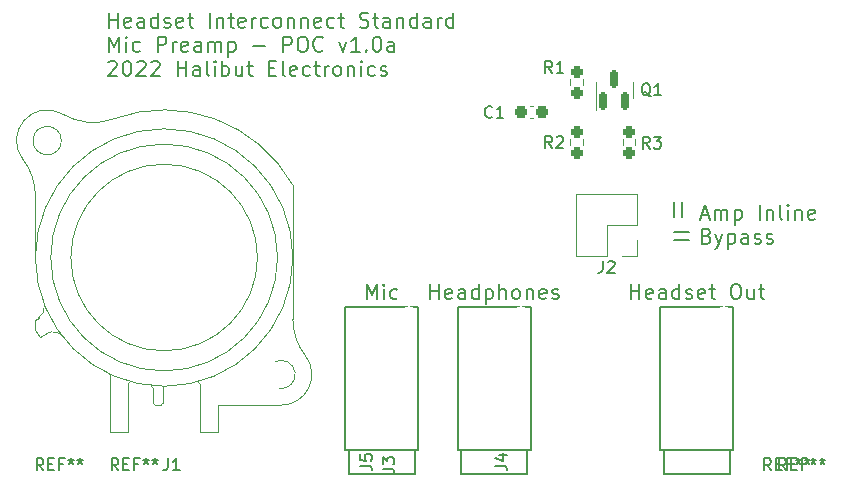
<source format=gbr>
%TF.GenerationSoftware,KiCad,Pcbnew,6.0.7-f9a2dced07~116~ubuntu20.04.1*%
%TF.CreationDate,2022-08-02T17:22:42-07:00*%
%TF.ProjectId,MicPreampTest,4d696350-7265-4616-9d70-546573742e6b,rev?*%
%TF.SameCoordinates,Original*%
%TF.FileFunction,Legend,Top*%
%TF.FilePolarity,Positive*%
%FSLAX46Y46*%
G04 Gerber Fmt 4.6, Leading zero omitted, Abs format (unit mm)*
G04 Created by KiCad (PCBNEW 6.0.7-f9a2dced07~116~ubuntu20.04.1) date 2022-08-02 17:22:42*
%MOMM*%
%LPD*%
G01*
G04 APERTURE LIST*
G04 Aperture macros list*
%AMRoundRect*
0 Rectangle with rounded corners*
0 $1 Rounding radius*
0 $2 $3 $4 $5 $6 $7 $8 $9 X,Y pos of 4 corners*
0 Add a 4 corners polygon primitive as box body*
4,1,4,$2,$3,$4,$5,$6,$7,$8,$9,$2,$3,0*
0 Add four circle primitives for the rounded corners*
1,1,$1+$1,$2,$3*
1,1,$1+$1,$4,$5*
1,1,$1+$1,$6,$7*
1,1,$1+$1,$8,$9*
0 Add four rect primitives between the rounded corners*
20,1,$1+$1,$2,$3,$4,$5,0*
20,1,$1+$1,$4,$5,$6,$7,0*
20,1,$1+$1,$6,$7,$8,$9,0*
20,1,$1+$1,$8,$9,$2,$3,0*%
G04 Aperture macros list end*
%ADD10C,0.190500*%
%ADD11C,0.150000*%
%ADD12C,0.120000*%
%ADD13C,3.200000*%
%ADD14R,1.700000X1.700000*%
%ADD15O,1.700000X1.700000*%
%ADD16RoundRect,0.237500X-0.237500X0.250000X-0.237500X-0.250000X0.237500X-0.250000X0.237500X0.250000X0*%
%ADD17RoundRect,0.150000X0.150000X-0.587500X0.150000X0.587500X-0.150000X0.587500X-0.150000X-0.587500X0*%
%ADD18O,1.100000X1.700000*%
%ADD19C,1.500000*%
%ADD20C,3.400000*%
%ADD21C,2.900000*%
%ADD22RoundRect,0.237500X-0.300000X-0.237500X0.300000X-0.237500X0.300000X0.237500X-0.300000X0.237500X0*%
G04 APERTURE END LIST*
D10*
X91231205Y-59489823D02*
X91231205Y-58219823D01*
X91231205Y-58824585D02*
X91956920Y-58824585D01*
X91956920Y-59489823D02*
X91956920Y-58219823D01*
X93045491Y-59429347D02*
X92924539Y-59489823D01*
X92682634Y-59489823D01*
X92561682Y-59429347D01*
X92501205Y-59308395D01*
X92501205Y-58824585D01*
X92561682Y-58703633D01*
X92682634Y-58643157D01*
X92924539Y-58643157D01*
X93045491Y-58703633D01*
X93105967Y-58824585D01*
X93105967Y-58945538D01*
X92501205Y-59066490D01*
X94194539Y-59489823D02*
X94194539Y-58824585D01*
X94134063Y-58703633D01*
X94013110Y-58643157D01*
X93771205Y-58643157D01*
X93650253Y-58703633D01*
X94194539Y-59429347D02*
X94073586Y-59489823D01*
X93771205Y-59489823D01*
X93650253Y-59429347D01*
X93589777Y-59308395D01*
X93589777Y-59187442D01*
X93650253Y-59066490D01*
X93771205Y-59006014D01*
X94073586Y-59006014D01*
X94194539Y-58945538D01*
X95343586Y-59489823D02*
X95343586Y-58219823D01*
X95343586Y-59429347D02*
X95222634Y-59489823D01*
X94980729Y-59489823D01*
X94859777Y-59429347D01*
X94799301Y-59368871D01*
X94738825Y-59247919D01*
X94738825Y-58885061D01*
X94799301Y-58764109D01*
X94859777Y-58703633D01*
X94980729Y-58643157D01*
X95222634Y-58643157D01*
X95343586Y-58703633D01*
X95887872Y-59429347D02*
X96008825Y-59489823D01*
X96250729Y-59489823D01*
X96371682Y-59429347D01*
X96432158Y-59308395D01*
X96432158Y-59247919D01*
X96371682Y-59126966D01*
X96250729Y-59066490D01*
X96069301Y-59066490D01*
X95948348Y-59006014D01*
X95887872Y-58885061D01*
X95887872Y-58824585D01*
X95948348Y-58703633D01*
X96069301Y-58643157D01*
X96250729Y-58643157D01*
X96371682Y-58703633D01*
X97460253Y-59429347D02*
X97339301Y-59489823D01*
X97097396Y-59489823D01*
X96976444Y-59429347D01*
X96915967Y-59308395D01*
X96915967Y-58824585D01*
X96976444Y-58703633D01*
X97097396Y-58643157D01*
X97339301Y-58643157D01*
X97460253Y-58703633D01*
X97520729Y-58824585D01*
X97520729Y-58945538D01*
X96915967Y-59066490D01*
X97883586Y-58643157D02*
X98367396Y-58643157D01*
X98065015Y-58219823D02*
X98065015Y-59308395D01*
X98125491Y-59429347D01*
X98246444Y-59489823D01*
X98367396Y-59489823D01*
X99758348Y-59489823D02*
X99758348Y-58219823D01*
X100363110Y-58643157D02*
X100363110Y-59489823D01*
X100363110Y-58764109D02*
X100423586Y-58703633D01*
X100544539Y-58643157D01*
X100725967Y-58643157D01*
X100846920Y-58703633D01*
X100907396Y-58824585D01*
X100907396Y-59489823D01*
X101330729Y-58643157D02*
X101814539Y-58643157D01*
X101512158Y-58219823D02*
X101512158Y-59308395D01*
X101572634Y-59429347D01*
X101693586Y-59489823D01*
X101814539Y-59489823D01*
X102721682Y-59429347D02*
X102600729Y-59489823D01*
X102358825Y-59489823D01*
X102237872Y-59429347D01*
X102177396Y-59308395D01*
X102177396Y-58824585D01*
X102237872Y-58703633D01*
X102358825Y-58643157D01*
X102600729Y-58643157D01*
X102721682Y-58703633D01*
X102782158Y-58824585D01*
X102782158Y-58945538D01*
X102177396Y-59066490D01*
X103326444Y-59489823D02*
X103326444Y-58643157D01*
X103326444Y-58885061D02*
X103386920Y-58764109D01*
X103447396Y-58703633D01*
X103568348Y-58643157D01*
X103689301Y-58643157D01*
X104656920Y-59429347D02*
X104535967Y-59489823D01*
X104294063Y-59489823D01*
X104173110Y-59429347D01*
X104112634Y-59368871D01*
X104052158Y-59247919D01*
X104052158Y-58885061D01*
X104112634Y-58764109D01*
X104173110Y-58703633D01*
X104294063Y-58643157D01*
X104535967Y-58643157D01*
X104656920Y-58703633D01*
X105382634Y-59489823D02*
X105261682Y-59429347D01*
X105201205Y-59368871D01*
X105140729Y-59247919D01*
X105140729Y-58885061D01*
X105201205Y-58764109D01*
X105261682Y-58703633D01*
X105382634Y-58643157D01*
X105564063Y-58643157D01*
X105685015Y-58703633D01*
X105745491Y-58764109D01*
X105805967Y-58885061D01*
X105805967Y-59247919D01*
X105745491Y-59368871D01*
X105685015Y-59429347D01*
X105564063Y-59489823D01*
X105382634Y-59489823D01*
X106350253Y-58643157D02*
X106350253Y-59489823D01*
X106350253Y-58764109D02*
X106410729Y-58703633D01*
X106531682Y-58643157D01*
X106713110Y-58643157D01*
X106834063Y-58703633D01*
X106894539Y-58824585D01*
X106894539Y-59489823D01*
X107499301Y-58643157D02*
X107499301Y-59489823D01*
X107499301Y-58764109D02*
X107559777Y-58703633D01*
X107680729Y-58643157D01*
X107862158Y-58643157D01*
X107983110Y-58703633D01*
X108043586Y-58824585D01*
X108043586Y-59489823D01*
X109132158Y-59429347D02*
X109011205Y-59489823D01*
X108769301Y-59489823D01*
X108648348Y-59429347D01*
X108587872Y-59308395D01*
X108587872Y-58824585D01*
X108648348Y-58703633D01*
X108769301Y-58643157D01*
X109011205Y-58643157D01*
X109132158Y-58703633D01*
X109192634Y-58824585D01*
X109192634Y-58945538D01*
X108587872Y-59066490D01*
X110281205Y-59429347D02*
X110160253Y-59489823D01*
X109918348Y-59489823D01*
X109797396Y-59429347D01*
X109736920Y-59368871D01*
X109676444Y-59247919D01*
X109676444Y-58885061D01*
X109736920Y-58764109D01*
X109797396Y-58703633D01*
X109918348Y-58643157D01*
X110160253Y-58643157D01*
X110281205Y-58703633D01*
X110644063Y-58643157D02*
X111127872Y-58643157D01*
X110825491Y-58219823D02*
X110825491Y-59308395D01*
X110885967Y-59429347D01*
X111006920Y-59489823D01*
X111127872Y-59489823D01*
X112458348Y-59429347D02*
X112639777Y-59489823D01*
X112942158Y-59489823D01*
X113063110Y-59429347D01*
X113123586Y-59368871D01*
X113184063Y-59247919D01*
X113184063Y-59126966D01*
X113123586Y-59006014D01*
X113063110Y-58945538D01*
X112942158Y-58885061D01*
X112700253Y-58824585D01*
X112579301Y-58764109D01*
X112518825Y-58703633D01*
X112458348Y-58582680D01*
X112458348Y-58461728D01*
X112518825Y-58340776D01*
X112579301Y-58280300D01*
X112700253Y-58219823D01*
X113002634Y-58219823D01*
X113184063Y-58280300D01*
X113546920Y-58643157D02*
X114030729Y-58643157D01*
X113728348Y-58219823D02*
X113728348Y-59308395D01*
X113788825Y-59429347D01*
X113909777Y-59489823D01*
X114030729Y-59489823D01*
X114998348Y-59489823D02*
X114998348Y-58824585D01*
X114937872Y-58703633D01*
X114816920Y-58643157D01*
X114575015Y-58643157D01*
X114454063Y-58703633D01*
X114998348Y-59429347D02*
X114877396Y-59489823D01*
X114575015Y-59489823D01*
X114454063Y-59429347D01*
X114393586Y-59308395D01*
X114393586Y-59187442D01*
X114454063Y-59066490D01*
X114575015Y-59006014D01*
X114877396Y-59006014D01*
X114998348Y-58945538D01*
X115603110Y-58643157D02*
X115603110Y-59489823D01*
X115603110Y-58764109D02*
X115663586Y-58703633D01*
X115784539Y-58643157D01*
X115965967Y-58643157D01*
X116086920Y-58703633D01*
X116147396Y-58824585D01*
X116147396Y-59489823D01*
X117296444Y-59489823D02*
X117296444Y-58219823D01*
X117296444Y-59429347D02*
X117175491Y-59489823D01*
X116933586Y-59489823D01*
X116812634Y-59429347D01*
X116752158Y-59368871D01*
X116691682Y-59247919D01*
X116691682Y-58885061D01*
X116752158Y-58764109D01*
X116812634Y-58703633D01*
X116933586Y-58643157D01*
X117175491Y-58643157D01*
X117296444Y-58703633D01*
X118445491Y-59489823D02*
X118445491Y-58824585D01*
X118385015Y-58703633D01*
X118264063Y-58643157D01*
X118022158Y-58643157D01*
X117901205Y-58703633D01*
X118445491Y-59429347D02*
X118324539Y-59489823D01*
X118022158Y-59489823D01*
X117901205Y-59429347D01*
X117840729Y-59308395D01*
X117840729Y-59187442D01*
X117901205Y-59066490D01*
X118022158Y-59006014D01*
X118324539Y-59006014D01*
X118445491Y-58945538D01*
X119050253Y-59489823D02*
X119050253Y-58643157D01*
X119050253Y-58885061D02*
X119110729Y-58764109D01*
X119171205Y-58703633D01*
X119292158Y-58643157D01*
X119413110Y-58643157D01*
X120380729Y-59489823D02*
X120380729Y-58219823D01*
X120380729Y-59429347D02*
X120259777Y-59489823D01*
X120017872Y-59489823D01*
X119896920Y-59429347D01*
X119836444Y-59368871D01*
X119775967Y-59247919D01*
X119775967Y-58885061D01*
X119836444Y-58764109D01*
X119896920Y-58703633D01*
X120017872Y-58643157D01*
X120259777Y-58643157D01*
X120380729Y-58703633D01*
X91231205Y-61534523D02*
X91231205Y-60264523D01*
X91654539Y-61171666D01*
X92077872Y-60264523D01*
X92077872Y-61534523D01*
X92682634Y-61534523D02*
X92682634Y-60687857D01*
X92682634Y-60264523D02*
X92622158Y-60325000D01*
X92682634Y-60385476D01*
X92743110Y-60325000D01*
X92682634Y-60264523D01*
X92682634Y-60385476D01*
X93831682Y-61474047D02*
X93710729Y-61534523D01*
X93468825Y-61534523D01*
X93347872Y-61474047D01*
X93287396Y-61413571D01*
X93226920Y-61292619D01*
X93226920Y-60929761D01*
X93287396Y-60808809D01*
X93347872Y-60748333D01*
X93468825Y-60687857D01*
X93710729Y-60687857D01*
X93831682Y-60748333D01*
X95343586Y-61534523D02*
X95343586Y-60264523D01*
X95827396Y-60264523D01*
X95948348Y-60325000D01*
X96008825Y-60385476D01*
X96069301Y-60506428D01*
X96069301Y-60687857D01*
X96008825Y-60808809D01*
X95948348Y-60869285D01*
X95827396Y-60929761D01*
X95343586Y-60929761D01*
X96613586Y-61534523D02*
X96613586Y-60687857D01*
X96613586Y-60929761D02*
X96674063Y-60808809D01*
X96734539Y-60748333D01*
X96855491Y-60687857D01*
X96976444Y-60687857D01*
X97883586Y-61474047D02*
X97762634Y-61534523D01*
X97520729Y-61534523D01*
X97399777Y-61474047D01*
X97339301Y-61353095D01*
X97339301Y-60869285D01*
X97399777Y-60748333D01*
X97520729Y-60687857D01*
X97762634Y-60687857D01*
X97883586Y-60748333D01*
X97944063Y-60869285D01*
X97944063Y-60990238D01*
X97339301Y-61111190D01*
X99032634Y-61534523D02*
X99032634Y-60869285D01*
X98972158Y-60748333D01*
X98851205Y-60687857D01*
X98609301Y-60687857D01*
X98488348Y-60748333D01*
X99032634Y-61474047D02*
X98911682Y-61534523D01*
X98609301Y-61534523D01*
X98488348Y-61474047D01*
X98427872Y-61353095D01*
X98427872Y-61232142D01*
X98488348Y-61111190D01*
X98609301Y-61050714D01*
X98911682Y-61050714D01*
X99032634Y-60990238D01*
X99637396Y-61534523D02*
X99637396Y-60687857D01*
X99637396Y-60808809D02*
X99697872Y-60748333D01*
X99818825Y-60687857D01*
X100000253Y-60687857D01*
X100121205Y-60748333D01*
X100181682Y-60869285D01*
X100181682Y-61534523D01*
X100181682Y-60869285D02*
X100242158Y-60748333D01*
X100363110Y-60687857D01*
X100544539Y-60687857D01*
X100665491Y-60748333D01*
X100725967Y-60869285D01*
X100725967Y-61534523D01*
X101330729Y-60687857D02*
X101330729Y-61957857D01*
X101330729Y-60748333D02*
X101451682Y-60687857D01*
X101693586Y-60687857D01*
X101814539Y-60748333D01*
X101875015Y-60808809D01*
X101935491Y-60929761D01*
X101935491Y-61292619D01*
X101875015Y-61413571D01*
X101814539Y-61474047D01*
X101693586Y-61534523D01*
X101451682Y-61534523D01*
X101330729Y-61474047D01*
X103447396Y-61050714D02*
X104415015Y-61050714D01*
X105987396Y-61534523D02*
X105987396Y-60264523D01*
X106471205Y-60264523D01*
X106592158Y-60325000D01*
X106652634Y-60385476D01*
X106713110Y-60506428D01*
X106713110Y-60687857D01*
X106652634Y-60808809D01*
X106592158Y-60869285D01*
X106471205Y-60929761D01*
X105987396Y-60929761D01*
X107499301Y-60264523D02*
X107741205Y-60264523D01*
X107862158Y-60325000D01*
X107983110Y-60445952D01*
X108043586Y-60687857D01*
X108043586Y-61111190D01*
X107983110Y-61353095D01*
X107862158Y-61474047D01*
X107741205Y-61534523D01*
X107499301Y-61534523D01*
X107378348Y-61474047D01*
X107257396Y-61353095D01*
X107196920Y-61111190D01*
X107196920Y-60687857D01*
X107257396Y-60445952D01*
X107378348Y-60325000D01*
X107499301Y-60264523D01*
X109313586Y-61413571D02*
X109253110Y-61474047D01*
X109071682Y-61534523D01*
X108950729Y-61534523D01*
X108769301Y-61474047D01*
X108648348Y-61353095D01*
X108587872Y-61232142D01*
X108527396Y-60990238D01*
X108527396Y-60808809D01*
X108587872Y-60566904D01*
X108648348Y-60445952D01*
X108769301Y-60325000D01*
X108950729Y-60264523D01*
X109071682Y-60264523D01*
X109253110Y-60325000D01*
X109313586Y-60385476D01*
X110704539Y-60687857D02*
X111006920Y-61534523D01*
X111309301Y-60687857D01*
X112458348Y-61534523D02*
X111732634Y-61534523D01*
X112095491Y-61534523D02*
X112095491Y-60264523D01*
X111974539Y-60445952D01*
X111853586Y-60566904D01*
X111732634Y-60627380D01*
X113002634Y-61413571D02*
X113063110Y-61474047D01*
X113002634Y-61534523D01*
X112942158Y-61474047D01*
X113002634Y-61413571D01*
X113002634Y-61534523D01*
X113849301Y-60264523D02*
X113970253Y-60264523D01*
X114091205Y-60325000D01*
X114151682Y-60385476D01*
X114212158Y-60506428D01*
X114272634Y-60748333D01*
X114272634Y-61050714D01*
X114212158Y-61292619D01*
X114151682Y-61413571D01*
X114091205Y-61474047D01*
X113970253Y-61534523D01*
X113849301Y-61534523D01*
X113728348Y-61474047D01*
X113667872Y-61413571D01*
X113607396Y-61292619D01*
X113546920Y-61050714D01*
X113546920Y-60748333D01*
X113607396Y-60506428D01*
X113667872Y-60385476D01*
X113728348Y-60325000D01*
X113849301Y-60264523D01*
X115361205Y-61534523D02*
X115361205Y-60869285D01*
X115300729Y-60748333D01*
X115179777Y-60687857D01*
X114937872Y-60687857D01*
X114816920Y-60748333D01*
X115361205Y-61474047D02*
X115240253Y-61534523D01*
X114937872Y-61534523D01*
X114816920Y-61474047D01*
X114756444Y-61353095D01*
X114756444Y-61232142D01*
X114816920Y-61111190D01*
X114937872Y-61050714D01*
X115240253Y-61050714D01*
X115361205Y-60990238D01*
X91170729Y-62430176D02*
X91231205Y-62369700D01*
X91352158Y-62309223D01*
X91654539Y-62309223D01*
X91775491Y-62369700D01*
X91835967Y-62430176D01*
X91896444Y-62551128D01*
X91896444Y-62672080D01*
X91835967Y-62853509D01*
X91110253Y-63579223D01*
X91896444Y-63579223D01*
X92682634Y-62309223D02*
X92803586Y-62309223D01*
X92924539Y-62369700D01*
X92985015Y-62430176D01*
X93045491Y-62551128D01*
X93105967Y-62793033D01*
X93105967Y-63095414D01*
X93045491Y-63337319D01*
X92985015Y-63458271D01*
X92924539Y-63518747D01*
X92803586Y-63579223D01*
X92682634Y-63579223D01*
X92561682Y-63518747D01*
X92501205Y-63458271D01*
X92440729Y-63337319D01*
X92380253Y-63095414D01*
X92380253Y-62793033D01*
X92440729Y-62551128D01*
X92501205Y-62430176D01*
X92561682Y-62369700D01*
X92682634Y-62309223D01*
X93589777Y-62430176D02*
X93650253Y-62369700D01*
X93771205Y-62309223D01*
X94073586Y-62309223D01*
X94194539Y-62369700D01*
X94255015Y-62430176D01*
X94315491Y-62551128D01*
X94315491Y-62672080D01*
X94255015Y-62853509D01*
X93529301Y-63579223D01*
X94315491Y-63579223D01*
X94799301Y-62430176D02*
X94859777Y-62369700D01*
X94980729Y-62309223D01*
X95283110Y-62309223D01*
X95404063Y-62369700D01*
X95464539Y-62430176D01*
X95525015Y-62551128D01*
X95525015Y-62672080D01*
X95464539Y-62853509D01*
X94738825Y-63579223D01*
X95525015Y-63579223D01*
X97036920Y-63579223D02*
X97036920Y-62309223D01*
X97036920Y-62913985D02*
X97762634Y-62913985D01*
X97762634Y-63579223D02*
X97762634Y-62309223D01*
X98911682Y-63579223D02*
X98911682Y-62913985D01*
X98851205Y-62793033D01*
X98730253Y-62732557D01*
X98488348Y-62732557D01*
X98367396Y-62793033D01*
X98911682Y-63518747D02*
X98790729Y-63579223D01*
X98488348Y-63579223D01*
X98367396Y-63518747D01*
X98306920Y-63397795D01*
X98306920Y-63276842D01*
X98367396Y-63155890D01*
X98488348Y-63095414D01*
X98790729Y-63095414D01*
X98911682Y-63034938D01*
X99697872Y-63579223D02*
X99576920Y-63518747D01*
X99516444Y-63397795D01*
X99516444Y-62309223D01*
X100181682Y-63579223D02*
X100181682Y-62732557D01*
X100181682Y-62309223D02*
X100121205Y-62369700D01*
X100181682Y-62430176D01*
X100242158Y-62369700D01*
X100181682Y-62309223D01*
X100181682Y-62430176D01*
X100786444Y-63579223D02*
X100786444Y-62309223D01*
X100786444Y-62793033D02*
X100907396Y-62732557D01*
X101149301Y-62732557D01*
X101270253Y-62793033D01*
X101330729Y-62853509D01*
X101391205Y-62974461D01*
X101391205Y-63337319D01*
X101330729Y-63458271D01*
X101270253Y-63518747D01*
X101149301Y-63579223D01*
X100907396Y-63579223D01*
X100786444Y-63518747D01*
X102479777Y-62732557D02*
X102479777Y-63579223D01*
X101935491Y-62732557D02*
X101935491Y-63397795D01*
X101995967Y-63518747D01*
X102116920Y-63579223D01*
X102298348Y-63579223D01*
X102419301Y-63518747D01*
X102479777Y-63458271D01*
X102903110Y-62732557D02*
X103386920Y-62732557D01*
X103084539Y-62309223D02*
X103084539Y-63397795D01*
X103145015Y-63518747D01*
X103265967Y-63579223D01*
X103386920Y-63579223D01*
X104777872Y-62913985D02*
X105201205Y-62913985D01*
X105382634Y-63579223D02*
X104777872Y-63579223D01*
X104777872Y-62309223D01*
X105382634Y-62309223D01*
X106108348Y-63579223D02*
X105987396Y-63518747D01*
X105926920Y-63397795D01*
X105926920Y-62309223D01*
X107075967Y-63518747D02*
X106955015Y-63579223D01*
X106713110Y-63579223D01*
X106592158Y-63518747D01*
X106531682Y-63397795D01*
X106531682Y-62913985D01*
X106592158Y-62793033D01*
X106713110Y-62732557D01*
X106955015Y-62732557D01*
X107075967Y-62793033D01*
X107136444Y-62913985D01*
X107136444Y-63034938D01*
X106531682Y-63155890D01*
X108225015Y-63518747D02*
X108104063Y-63579223D01*
X107862158Y-63579223D01*
X107741205Y-63518747D01*
X107680729Y-63458271D01*
X107620253Y-63337319D01*
X107620253Y-62974461D01*
X107680729Y-62853509D01*
X107741205Y-62793033D01*
X107862158Y-62732557D01*
X108104063Y-62732557D01*
X108225015Y-62793033D01*
X108587872Y-62732557D02*
X109071682Y-62732557D01*
X108769301Y-62309223D02*
X108769301Y-63397795D01*
X108829777Y-63518747D01*
X108950729Y-63579223D01*
X109071682Y-63579223D01*
X109495015Y-63579223D02*
X109495015Y-62732557D01*
X109495015Y-62974461D02*
X109555491Y-62853509D01*
X109615967Y-62793033D01*
X109736920Y-62732557D01*
X109857872Y-62732557D01*
X110462634Y-63579223D02*
X110341682Y-63518747D01*
X110281205Y-63458271D01*
X110220729Y-63337319D01*
X110220729Y-62974461D01*
X110281205Y-62853509D01*
X110341682Y-62793033D01*
X110462634Y-62732557D01*
X110644063Y-62732557D01*
X110765015Y-62793033D01*
X110825491Y-62853509D01*
X110885967Y-62974461D01*
X110885967Y-63337319D01*
X110825491Y-63458271D01*
X110765015Y-63518747D01*
X110644063Y-63579223D01*
X110462634Y-63579223D01*
X111430253Y-62732557D02*
X111430253Y-63579223D01*
X111430253Y-62853509D02*
X111490729Y-62793033D01*
X111611682Y-62732557D01*
X111793110Y-62732557D01*
X111914063Y-62793033D01*
X111974539Y-62913985D01*
X111974539Y-63579223D01*
X112579301Y-63579223D02*
X112579301Y-62732557D01*
X112579301Y-62309223D02*
X112518825Y-62369700D01*
X112579301Y-62430176D01*
X112639777Y-62369700D01*
X112579301Y-62309223D01*
X112579301Y-62430176D01*
X113728348Y-63518747D02*
X113607396Y-63579223D01*
X113365491Y-63579223D01*
X113244539Y-63518747D01*
X113184063Y-63458271D01*
X113123586Y-63337319D01*
X113123586Y-62974461D01*
X113184063Y-62853509D01*
X113244539Y-62793033D01*
X113365491Y-62732557D01*
X113607396Y-62732557D01*
X113728348Y-62793033D01*
X114212158Y-63518747D02*
X114333110Y-63579223D01*
X114575015Y-63579223D01*
X114695967Y-63518747D01*
X114756444Y-63397795D01*
X114756444Y-63337319D01*
X114695967Y-63216366D01*
X114575015Y-63155890D01*
X114393586Y-63155890D01*
X114272634Y-63095414D01*
X114212158Y-62974461D01*
X114212158Y-62913985D01*
X114272634Y-62793033D01*
X114393586Y-62732557D01*
X114575015Y-62732557D01*
X114695967Y-62793033D01*
D11*
X139065000Y-77470000D02*
X140335000Y-77470000D01*
X139065000Y-76835000D02*
X140335000Y-76835000D01*
X139700000Y-75565000D02*
X139700000Y-74295000D01*
X139065000Y-74295000D02*
X139065000Y-75565000D01*
D10*
X141335729Y-75389316D02*
X141940491Y-75389316D01*
X141214777Y-75752173D02*
X141638110Y-74482173D01*
X142061444Y-75752173D01*
X142484777Y-75752173D02*
X142484777Y-74905507D01*
X142484777Y-75026459D02*
X142545253Y-74965983D01*
X142666205Y-74905507D01*
X142847634Y-74905507D01*
X142968586Y-74965983D01*
X143029063Y-75086935D01*
X143029063Y-75752173D01*
X143029063Y-75086935D02*
X143089539Y-74965983D01*
X143210491Y-74905507D01*
X143391920Y-74905507D01*
X143512872Y-74965983D01*
X143573348Y-75086935D01*
X143573348Y-75752173D01*
X144178110Y-74905507D02*
X144178110Y-76175507D01*
X144178110Y-74965983D02*
X144299063Y-74905507D01*
X144540967Y-74905507D01*
X144661920Y-74965983D01*
X144722396Y-75026459D01*
X144782872Y-75147411D01*
X144782872Y-75510269D01*
X144722396Y-75631221D01*
X144661920Y-75691697D01*
X144540967Y-75752173D01*
X144299063Y-75752173D01*
X144178110Y-75691697D01*
X146294777Y-75752173D02*
X146294777Y-74482173D01*
X146899539Y-74905507D02*
X146899539Y-75752173D01*
X146899539Y-75026459D02*
X146960015Y-74965983D01*
X147080967Y-74905507D01*
X147262396Y-74905507D01*
X147383348Y-74965983D01*
X147443825Y-75086935D01*
X147443825Y-75752173D01*
X148230015Y-75752173D02*
X148109063Y-75691697D01*
X148048586Y-75570745D01*
X148048586Y-74482173D01*
X148713825Y-75752173D02*
X148713825Y-74905507D01*
X148713825Y-74482173D02*
X148653348Y-74542650D01*
X148713825Y-74603126D01*
X148774301Y-74542650D01*
X148713825Y-74482173D01*
X148713825Y-74603126D01*
X149318586Y-74905507D02*
X149318586Y-75752173D01*
X149318586Y-75026459D02*
X149379063Y-74965983D01*
X149500015Y-74905507D01*
X149681444Y-74905507D01*
X149802396Y-74965983D01*
X149862872Y-75086935D01*
X149862872Y-75752173D01*
X150951444Y-75691697D02*
X150830491Y-75752173D01*
X150588586Y-75752173D01*
X150467634Y-75691697D01*
X150407158Y-75570745D01*
X150407158Y-75086935D01*
X150467634Y-74965983D01*
X150588586Y-74905507D01*
X150830491Y-74905507D01*
X150951444Y-74965983D01*
X151011920Y-75086935D01*
X151011920Y-75207888D01*
X150407158Y-75328840D01*
X141819539Y-77131635D02*
X142000967Y-77192111D01*
X142061444Y-77252588D01*
X142121920Y-77373540D01*
X142121920Y-77554969D01*
X142061444Y-77675921D01*
X142000967Y-77736397D01*
X141880015Y-77796873D01*
X141396205Y-77796873D01*
X141396205Y-76526873D01*
X141819539Y-76526873D01*
X141940491Y-76587350D01*
X142000967Y-76647826D01*
X142061444Y-76768778D01*
X142061444Y-76889730D01*
X142000967Y-77010683D01*
X141940491Y-77071159D01*
X141819539Y-77131635D01*
X141396205Y-77131635D01*
X142545253Y-76950207D02*
X142847634Y-77796873D01*
X143150015Y-76950207D02*
X142847634Y-77796873D01*
X142726682Y-78099254D01*
X142666205Y-78159730D01*
X142545253Y-78220207D01*
X143633825Y-76950207D02*
X143633825Y-78220207D01*
X143633825Y-77010683D02*
X143754777Y-76950207D01*
X143996682Y-76950207D01*
X144117634Y-77010683D01*
X144178110Y-77071159D01*
X144238586Y-77192111D01*
X144238586Y-77554969D01*
X144178110Y-77675921D01*
X144117634Y-77736397D01*
X143996682Y-77796873D01*
X143754777Y-77796873D01*
X143633825Y-77736397D01*
X145327158Y-77796873D02*
X145327158Y-77131635D01*
X145266682Y-77010683D01*
X145145729Y-76950207D01*
X144903825Y-76950207D01*
X144782872Y-77010683D01*
X145327158Y-77736397D02*
X145206205Y-77796873D01*
X144903825Y-77796873D01*
X144782872Y-77736397D01*
X144722396Y-77615445D01*
X144722396Y-77494492D01*
X144782872Y-77373540D01*
X144903825Y-77313064D01*
X145206205Y-77313064D01*
X145327158Y-77252588D01*
X145871444Y-77736397D02*
X145992396Y-77796873D01*
X146234301Y-77796873D01*
X146355253Y-77736397D01*
X146415729Y-77615445D01*
X146415729Y-77554969D01*
X146355253Y-77434016D01*
X146234301Y-77373540D01*
X146052872Y-77373540D01*
X145931920Y-77313064D01*
X145871444Y-77192111D01*
X145871444Y-77131635D01*
X145931920Y-77010683D01*
X146052872Y-76950207D01*
X146234301Y-76950207D01*
X146355253Y-77010683D01*
X146899539Y-77736397D02*
X147020491Y-77796873D01*
X147262396Y-77796873D01*
X147383348Y-77736397D01*
X147443825Y-77615445D01*
X147443825Y-77554969D01*
X147383348Y-77434016D01*
X147262396Y-77373540D01*
X147080967Y-77373540D01*
X146960015Y-77313064D01*
X146899539Y-77192111D01*
X146899539Y-77131635D01*
X146960015Y-77010683D01*
X147080967Y-76950207D01*
X147262396Y-76950207D01*
X147383348Y-77010683D01*
X113030000Y-82489523D02*
X113030000Y-81219523D01*
X113453333Y-82126666D01*
X113876666Y-81219523D01*
X113876666Y-82489523D01*
X114481428Y-82489523D02*
X114481428Y-81642857D01*
X114481428Y-81219523D02*
X114420952Y-81280000D01*
X114481428Y-81340476D01*
X114541904Y-81280000D01*
X114481428Y-81219523D01*
X114481428Y-81340476D01*
X115630476Y-82429047D02*
X115509523Y-82489523D01*
X115267619Y-82489523D01*
X115146666Y-82429047D01*
X115086190Y-82368571D01*
X115025714Y-82247619D01*
X115025714Y-81884761D01*
X115086190Y-81763809D01*
X115146666Y-81703333D01*
X115267619Y-81642857D01*
X115509523Y-81642857D01*
X115630476Y-81703333D01*
X118412380Y-82489523D02*
X118412380Y-81219523D01*
X118412380Y-81824285D02*
X119138095Y-81824285D01*
X119138095Y-82489523D02*
X119138095Y-81219523D01*
X120226666Y-82429047D02*
X120105714Y-82489523D01*
X119863809Y-82489523D01*
X119742857Y-82429047D01*
X119682380Y-82308095D01*
X119682380Y-81824285D01*
X119742857Y-81703333D01*
X119863809Y-81642857D01*
X120105714Y-81642857D01*
X120226666Y-81703333D01*
X120287142Y-81824285D01*
X120287142Y-81945238D01*
X119682380Y-82066190D01*
X121375714Y-82489523D02*
X121375714Y-81824285D01*
X121315238Y-81703333D01*
X121194285Y-81642857D01*
X120952380Y-81642857D01*
X120831428Y-81703333D01*
X121375714Y-82429047D02*
X121254761Y-82489523D01*
X120952380Y-82489523D01*
X120831428Y-82429047D01*
X120770952Y-82308095D01*
X120770952Y-82187142D01*
X120831428Y-82066190D01*
X120952380Y-82005714D01*
X121254761Y-82005714D01*
X121375714Y-81945238D01*
X122524761Y-82489523D02*
X122524761Y-81219523D01*
X122524761Y-82429047D02*
X122403809Y-82489523D01*
X122161904Y-82489523D01*
X122040952Y-82429047D01*
X121980476Y-82368571D01*
X121920000Y-82247619D01*
X121920000Y-81884761D01*
X121980476Y-81763809D01*
X122040952Y-81703333D01*
X122161904Y-81642857D01*
X122403809Y-81642857D01*
X122524761Y-81703333D01*
X123129523Y-81642857D02*
X123129523Y-82912857D01*
X123129523Y-81703333D02*
X123250476Y-81642857D01*
X123492380Y-81642857D01*
X123613333Y-81703333D01*
X123673809Y-81763809D01*
X123734285Y-81884761D01*
X123734285Y-82247619D01*
X123673809Y-82368571D01*
X123613333Y-82429047D01*
X123492380Y-82489523D01*
X123250476Y-82489523D01*
X123129523Y-82429047D01*
X124278571Y-82489523D02*
X124278571Y-81219523D01*
X124822857Y-82489523D02*
X124822857Y-81824285D01*
X124762380Y-81703333D01*
X124641428Y-81642857D01*
X124460000Y-81642857D01*
X124339047Y-81703333D01*
X124278571Y-81763809D01*
X125609047Y-82489523D02*
X125488095Y-82429047D01*
X125427619Y-82368571D01*
X125367142Y-82247619D01*
X125367142Y-81884761D01*
X125427619Y-81763809D01*
X125488095Y-81703333D01*
X125609047Y-81642857D01*
X125790476Y-81642857D01*
X125911428Y-81703333D01*
X125971904Y-81763809D01*
X126032380Y-81884761D01*
X126032380Y-82247619D01*
X125971904Y-82368571D01*
X125911428Y-82429047D01*
X125790476Y-82489523D01*
X125609047Y-82489523D01*
X126576666Y-81642857D02*
X126576666Y-82489523D01*
X126576666Y-81763809D02*
X126637142Y-81703333D01*
X126758095Y-81642857D01*
X126939523Y-81642857D01*
X127060476Y-81703333D01*
X127120952Y-81824285D01*
X127120952Y-82489523D01*
X128209523Y-82429047D02*
X128088571Y-82489523D01*
X127846666Y-82489523D01*
X127725714Y-82429047D01*
X127665238Y-82308095D01*
X127665238Y-81824285D01*
X127725714Y-81703333D01*
X127846666Y-81642857D01*
X128088571Y-81642857D01*
X128209523Y-81703333D01*
X128270000Y-81824285D01*
X128270000Y-81945238D01*
X127665238Y-82066190D01*
X128753809Y-82429047D02*
X128874761Y-82489523D01*
X129116666Y-82489523D01*
X129237619Y-82429047D01*
X129298095Y-82308095D01*
X129298095Y-82247619D01*
X129237619Y-82126666D01*
X129116666Y-82066190D01*
X128935238Y-82066190D01*
X128814285Y-82005714D01*
X128753809Y-81884761D01*
X128753809Y-81824285D01*
X128814285Y-81703333D01*
X128935238Y-81642857D01*
X129116666Y-81642857D01*
X129237619Y-81703333D01*
X135406190Y-82489523D02*
X135406190Y-81219523D01*
X135406190Y-81824285D02*
X136131904Y-81824285D01*
X136131904Y-82489523D02*
X136131904Y-81219523D01*
X137220476Y-82429047D02*
X137099523Y-82489523D01*
X136857619Y-82489523D01*
X136736666Y-82429047D01*
X136676190Y-82308095D01*
X136676190Y-81824285D01*
X136736666Y-81703333D01*
X136857619Y-81642857D01*
X137099523Y-81642857D01*
X137220476Y-81703333D01*
X137280952Y-81824285D01*
X137280952Y-81945238D01*
X136676190Y-82066190D01*
X138369523Y-82489523D02*
X138369523Y-81824285D01*
X138309047Y-81703333D01*
X138188095Y-81642857D01*
X137946190Y-81642857D01*
X137825238Y-81703333D01*
X138369523Y-82429047D02*
X138248571Y-82489523D01*
X137946190Y-82489523D01*
X137825238Y-82429047D01*
X137764761Y-82308095D01*
X137764761Y-82187142D01*
X137825238Y-82066190D01*
X137946190Y-82005714D01*
X138248571Y-82005714D01*
X138369523Y-81945238D01*
X139518571Y-82489523D02*
X139518571Y-81219523D01*
X139518571Y-82429047D02*
X139397619Y-82489523D01*
X139155714Y-82489523D01*
X139034761Y-82429047D01*
X138974285Y-82368571D01*
X138913809Y-82247619D01*
X138913809Y-81884761D01*
X138974285Y-81763809D01*
X139034761Y-81703333D01*
X139155714Y-81642857D01*
X139397619Y-81642857D01*
X139518571Y-81703333D01*
X140062857Y-82429047D02*
X140183809Y-82489523D01*
X140425714Y-82489523D01*
X140546666Y-82429047D01*
X140607142Y-82308095D01*
X140607142Y-82247619D01*
X140546666Y-82126666D01*
X140425714Y-82066190D01*
X140244285Y-82066190D01*
X140123333Y-82005714D01*
X140062857Y-81884761D01*
X140062857Y-81824285D01*
X140123333Y-81703333D01*
X140244285Y-81642857D01*
X140425714Y-81642857D01*
X140546666Y-81703333D01*
X141635238Y-82429047D02*
X141514285Y-82489523D01*
X141272380Y-82489523D01*
X141151428Y-82429047D01*
X141090952Y-82308095D01*
X141090952Y-81824285D01*
X141151428Y-81703333D01*
X141272380Y-81642857D01*
X141514285Y-81642857D01*
X141635238Y-81703333D01*
X141695714Y-81824285D01*
X141695714Y-81945238D01*
X141090952Y-82066190D01*
X142058571Y-81642857D02*
X142542380Y-81642857D01*
X142240000Y-81219523D02*
X142240000Y-82308095D01*
X142300476Y-82429047D01*
X142421428Y-82489523D01*
X142542380Y-82489523D01*
X144175238Y-81219523D02*
X144417142Y-81219523D01*
X144538095Y-81280000D01*
X144659047Y-81400952D01*
X144719523Y-81642857D01*
X144719523Y-82066190D01*
X144659047Y-82308095D01*
X144538095Y-82429047D01*
X144417142Y-82489523D01*
X144175238Y-82489523D01*
X144054285Y-82429047D01*
X143933333Y-82308095D01*
X143872857Y-82066190D01*
X143872857Y-81642857D01*
X143933333Y-81400952D01*
X144054285Y-81280000D01*
X144175238Y-81219523D01*
X145808095Y-81642857D02*
X145808095Y-82489523D01*
X145263809Y-81642857D02*
X145263809Y-82308095D01*
X145324285Y-82429047D01*
X145445238Y-82489523D01*
X145626666Y-82489523D01*
X145747619Y-82429047D01*
X145808095Y-82368571D01*
X146231428Y-81642857D02*
X146715238Y-81642857D01*
X146412857Y-81219523D02*
X146412857Y-82308095D01*
X146473333Y-82429047D01*
X146594285Y-82489523D01*
X146715238Y-82489523D01*
D11*
%TO.C,REF\u002A\u002A*%
X85661666Y-96972380D02*
X85328333Y-96496190D01*
X85090238Y-96972380D02*
X85090238Y-95972380D01*
X85471190Y-95972380D01*
X85566428Y-96020000D01*
X85614047Y-96067619D01*
X85661666Y-96162857D01*
X85661666Y-96305714D01*
X85614047Y-96400952D01*
X85566428Y-96448571D01*
X85471190Y-96496190D01*
X85090238Y-96496190D01*
X86090238Y-96448571D02*
X86423571Y-96448571D01*
X86566428Y-96972380D02*
X86090238Y-96972380D01*
X86090238Y-95972380D01*
X86566428Y-95972380D01*
X87328333Y-96448571D02*
X86995000Y-96448571D01*
X86995000Y-96972380D02*
X86995000Y-95972380D01*
X87471190Y-95972380D01*
X87995000Y-95972380D02*
X87995000Y-96210476D01*
X87756904Y-96115238D02*
X87995000Y-96210476D01*
X88233095Y-96115238D01*
X87852142Y-96400952D02*
X87995000Y-96210476D01*
X88137857Y-96400952D01*
X88756904Y-95972380D02*
X88756904Y-96210476D01*
X88518809Y-96115238D02*
X88756904Y-96210476D01*
X88995000Y-96115238D01*
X88614047Y-96400952D02*
X88756904Y-96210476D01*
X88899761Y-96400952D01*
X92011666Y-96972380D02*
X91678333Y-96496190D01*
X91440238Y-96972380D02*
X91440238Y-95972380D01*
X91821190Y-95972380D01*
X91916428Y-96020000D01*
X91964047Y-96067619D01*
X92011666Y-96162857D01*
X92011666Y-96305714D01*
X91964047Y-96400952D01*
X91916428Y-96448571D01*
X91821190Y-96496190D01*
X91440238Y-96496190D01*
X92440238Y-96448571D02*
X92773571Y-96448571D01*
X92916428Y-96972380D02*
X92440238Y-96972380D01*
X92440238Y-95972380D01*
X92916428Y-95972380D01*
X93678333Y-96448571D02*
X93345000Y-96448571D01*
X93345000Y-96972380D02*
X93345000Y-95972380D01*
X93821190Y-95972380D01*
X94345000Y-95972380D02*
X94345000Y-96210476D01*
X94106904Y-96115238D02*
X94345000Y-96210476D01*
X94583095Y-96115238D01*
X94202142Y-96400952D02*
X94345000Y-96210476D01*
X94487857Y-96400952D01*
X95106904Y-95972380D02*
X95106904Y-96210476D01*
X94868809Y-96115238D02*
X95106904Y-96210476D01*
X95345000Y-96115238D01*
X94964047Y-96400952D02*
X95106904Y-96210476D01*
X95249761Y-96400952D01*
X148526666Y-96972380D02*
X148193333Y-96496190D01*
X147955238Y-96972380D02*
X147955238Y-95972380D01*
X148336190Y-95972380D01*
X148431428Y-96020000D01*
X148479047Y-96067619D01*
X148526666Y-96162857D01*
X148526666Y-96305714D01*
X148479047Y-96400952D01*
X148431428Y-96448571D01*
X148336190Y-96496190D01*
X147955238Y-96496190D01*
X148955238Y-96448571D02*
X149288571Y-96448571D01*
X149431428Y-96972380D02*
X148955238Y-96972380D01*
X148955238Y-95972380D01*
X149431428Y-95972380D01*
X150193333Y-96448571D02*
X149860000Y-96448571D01*
X149860000Y-96972380D02*
X149860000Y-95972380D01*
X150336190Y-95972380D01*
X150860000Y-95972380D02*
X150860000Y-96210476D01*
X150621904Y-96115238D02*
X150860000Y-96210476D01*
X151098095Y-96115238D01*
X150717142Y-96400952D02*
X150860000Y-96210476D01*
X151002857Y-96400952D01*
X151621904Y-95972380D02*
X151621904Y-96210476D01*
X151383809Y-96115238D02*
X151621904Y-96210476D01*
X151860000Y-96115238D01*
X151479047Y-96400952D02*
X151621904Y-96210476D01*
X151764761Y-96400952D01*
X147256666Y-96972380D02*
X146923333Y-96496190D01*
X146685238Y-96972380D02*
X146685238Y-95972380D01*
X147066190Y-95972380D01*
X147161428Y-96020000D01*
X147209047Y-96067619D01*
X147256666Y-96162857D01*
X147256666Y-96305714D01*
X147209047Y-96400952D01*
X147161428Y-96448571D01*
X147066190Y-96496190D01*
X146685238Y-96496190D01*
X147685238Y-96448571D02*
X148018571Y-96448571D01*
X148161428Y-96972380D02*
X147685238Y-96972380D01*
X147685238Y-95972380D01*
X148161428Y-95972380D01*
X148923333Y-96448571D02*
X148590000Y-96448571D01*
X148590000Y-96972380D02*
X148590000Y-95972380D01*
X149066190Y-95972380D01*
X149590000Y-95972380D02*
X149590000Y-96210476D01*
X149351904Y-96115238D02*
X149590000Y-96210476D01*
X149828095Y-96115238D01*
X149447142Y-96400952D02*
X149590000Y-96210476D01*
X149732857Y-96400952D01*
X150351904Y-95972380D02*
X150351904Y-96210476D01*
X150113809Y-96115238D02*
X150351904Y-96210476D01*
X150590000Y-96115238D01*
X150209047Y-96400952D02*
X150351904Y-96210476D01*
X150494761Y-96400952D01*
%TO.C,J2*%
X133021666Y-79257380D02*
X133021666Y-79971666D01*
X132974047Y-80114523D01*
X132878809Y-80209761D01*
X132735952Y-80257380D01*
X132640714Y-80257380D01*
X133450238Y-79352619D02*
X133497857Y-79305000D01*
X133593095Y-79257380D01*
X133831190Y-79257380D01*
X133926428Y-79305000D01*
X133974047Y-79352619D01*
X134021666Y-79447857D01*
X134021666Y-79543095D01*
X133974047Y-79685952D01*
X133402619Y-80257380D01*
X134021666Y-80257380D01*
%TO.C,R3*%
X136993333Y-69732380D02*
X136660000Y-69256190D01*
X136421904Y-69732380D02*
X136421904Y-68732380D01*
X136802857Y-68732380D01*
X136898095Y-68780000D01*
X136945714Y-68827619D01*
X136993333Y-68922857D01*
X136993333Y-69065714D01*
X136945714Y-69160952D01*
X136898095Y-69208571D01*
X136802857Y-69256190D01*
X136421904Y-69256190D01*
X137326666Y-68732380D02*
X137945714Y-68732380D01*
X137612380Y-69113333D01*
X137755238Y-69113333D01*
X137850476Y-69160952D01*
X137898095Y-69208571D01*
X137945714Y-69303809D01*
X137945714Y-69541904D01*
X137898095Y-69637142D01*
X137850476Y-69684761D01*
X137755238Y-69732380D01*
X137469523Y-69732380D01*
X137374285Y-69684761D01*
X137326666Y-69637142D01*
%TO.C,R2*%
X128738333Y-69667380D02*
X128405000Y-69191190D01*
X128166904Y-69667380D02*
X128166904Y-68667380D01*
X128547857Y-68667380D01*
X128643095Y-68715000D01*
X128690714Y-68762619D01*
X128738333Y-68857857D01*
X128738333Y-69000714D01*
X128690714Y-69095952D01*
X128643095Y-69143571D01*
X128547857Y-69191190D01*
X128166904Y-69191190D01*
X129119285Y-68762619D02*
X129166904Y-68715000D01*
X129262142Y-68667380D01*
X129500238Y-68667380D01*
X129595476Y-68715000D01*
X129643095Y-68762619D01*
X129690714Y-68857857D01*
X129690714Y-68953095D01*
X129643095Y-69095952D01*
X129071666Y-69667380D01*
X129690714Y-69667380D01*
%TO.C,R1*%
X128738333Y-63317380D02*
X128405000Y-62841190D01*
X128166904Y-63317380D02*
X128166904Y-62317380D01*
X128547857Y-62317380D01*
X128643095Y-62365000D01*
X128690714Y-62412619D01*
X128738333Y-62507857D01*
X128738333Y-62650714D01*
X128690714Y-62745952D01*
X128643095Y-62793571D01*
X128547857Y-62841190D01*
X128166904Y-62841190D01*
X129690714Y-63317380D02*
X129119285Y-63317380D01*
X129405000Y-63317380D02*
X129405000Y-62317380D01*
X129309761Y-62460238D01*
X129214523Y-62555476D01*
X129119285Y-62603095D01*
%TO.C,Q1*%
X137064761Y-65317619D02*
X136969523Y-65270000D01*
X136874285Y-65174761D01*
X136731428Y-65031904D01*
X136636190Y-64984285D01*
X136540952Y-64984285D01*
X136588571Y-65222380D02*
X136493333Y-65174761D01*
X136398095Y-65079523D01*
X136350476Y-64889047D01*
X136350476Y-64555714D01*
X136398095Y-64365238D01*
X136493333Y-64270000D01*
X136588571Y-64222380D01*
X136779047Y-64222380D01*
X136874285Y-64270000D01*
X136969523Y-64365238D01*
X137017142Y-64555714D01*
X137017142Y-64889047D01*
X136969523Y-65079523D01*
X136874285Y-65174761D01*
X136779047Y-65222380D01*
X136588571Y-65222380D01*
X137969523Y-65222380D02*
X137398095Y-65222380D01*
X137683809Y-65222380D02*
X137683809Y-64222380D01*
X137588571Y-64365238D01*
X137493333Y-64460476D01*
X137398095Y-64508095D01*
%TO.C,J5*%
X112482380Y-96583333D02*
X113196666Y-96583333D01*
X113339523Y-96630952D01*
X113434761Y-96726190D01*
X113482380Y-96869047D01*
X113482380Y-96964285D01*
X112482380Y-95630952D02*
X112482380Y-96107142D01*
X112958571Y-96154761D01*
X112910952Y-96107142D01*
X112863333Y-96011904D01*
X112863333Y-95773809D01*
X112910952Y-95678571D01*
X112958571Y-95630952D01*
X113053809Y-95583333D01*
X113291904Y-95583333D01*
X113387142Y-95630952D01*
X113434761Y-95678571D01*
X113482380Y-95773809D01*
X113482380Y-96011904D01*
X113434761Y-96107142D01*
X113387142Y-96154761D01*
%TO.C,J4*%
X123912380Y-96583333D02*
X124626666Y-96583333D01*
X124769523Y-96630952D01*
X124864761Y-96726190D01*
X124912380Y-96869047D01*
X124912380Y-96964285D01*
X124245714Y-95678571D02*
X124912380Y-95678571D01*
X123864761Y-95916666D02*
X124579047Y-96154761D01*
X124579047Y-95535714D01*
%TO.C,J3*%
X114387380Y-96853333D02*
X115101666Y-96853333D01*
X115244523Y-96900952D01*
X115339761Y-96996190D01*
X115387380Y-97139047D01*
X115387380Y-97234285D01*
X114387380Y-96472380D02*
X114387380Y-95853333D01*
X114768333Y-96186666D01*
X114768333Y-96043809D01*
X114815952Y-95948571D01*
X114863571Y-95900952D01*
X114958809Y-95853333D01*
X115196904Y-95853333D01*
X115292142Y-95900952D01*
X115339761Y-95948571D01*
X115387380Y-96043809D01*
X115387380Y-96329523D01*
X115339761Y-96424761D01*
X115292142Y-96472380D01*
%TO.C,J1*%
X96186666Y-95972380D02*
X96186666Y-96686666D01*
X96139047Y-96829523D01*
X96043809Y-96924761D01*
X95900952Y-96972380D01*
X95805714Y-96972380D01*
X97186666Y-96972380D02*
X96615238Y-96972380D01*
X96900952Y-96972380D02*
X96900952Y-95972380D01*
X96805714Y-96115238D01*
X96710476Y-96210476D01*
X96615238Y-96258095D01*
%TO.C,C1*%
X123658333Y-67032142D02*
X123610714Y-67079761D01*
X123467857Y-67127380D01*
X123372619Y-67127380D01*
X123229761Y-67079761D01*
X123134523Y-66984523D01*
X123086904Y-66889285D01*
X123039285Y-66698809D01*
X123039285Y-66555952D01*
X123086904Y-66365476D01*
X123134523Y-66270238D01*
X123229761Y-66175000D01*
X123372619Y-66127380D01*
X123467857Y-66127380D01*
X123610714Y-66175000D01*
X123658333Y-66222619D01*
X124610714Y-67127380D02*
X124039285Y-67127380D01*
X124325000Y-67127380D02*
X124325000Y-66127380D01*
X124229761Y-66270238D01*
X124134523Y-66365476D01*
X124039285Y-66413095D01*
D12*
%TO.C,J2*%
X135955000Y-76205000D02*
X135955000Y-73605000D01*
X135955000Y-76205000D02*
X133355000Y-76205000D01*
X133355000Y-78805000D02*
X130755000Y-78805000D01*
X133355000Y-76205000D02*
X133355000Y-78805000D01*
X135955000Y-78805000D02*
X134625000Y-78805000D01*
X135955000Y-73605000D02*
X130755000Y-73605000D01*
X130755000Y-78805000D02*
X130755000Y-73605000D01*
X135955000Y-77475000D02*
X135955000Y-78805000D01*
%TO.C,R3*%
X135777500Y-68960276D02*
X135777500Y-69469724D01*
X134732500Y-68960276D02*
X134732500Y-69469724D01*
%TO.C,R2*%
X131332500Y-68960276D02*
X131332500Y-69469724D01*
X130287500Y-68960276D02*
X130287500Y-69469724D01*
%TO.C,R1*%
X131332500Y-63880276D02*
X131332500Y-64389724D01*
X130287500Y-63880276D02*
X130287500Y-64389724D01*
%TO.C,Q1*%
X132425000Y-64770000D02*
X132425000Y-64120000D01*
X135545000Y-64770000D02*
X135545000Y-64120000D01*
X132425000Y-64770000D02*
X132425000Y-66445000D01*
X135545000Y-64770000D02*
X135545000Y-65420000D01*
D11*
%TO.C,J5*%
X111200000Y-95250000D02*
X117400000Y-95250000D01*
X117400000Y-95250000D02*
X117400000Y-83150000D01*
X117400000Y-83150000D02*
X111200000Y-83150000D01*
X111200000Y-83150000D02*
X111200000Y-95250000D01*
X111500000Y-95250000D02*
X111500000Y-97250000D01*
X111500000Y-97250000D02*
X117100000Y-97250000D01*
X117100000Y-97250000D02*
X117100000Y-95250000D01*
%TO.C,J4*%
X137870000Y-95250000D02*
X144070000Y-95250000D01*
X144070000Y-95250000D02*
X144070000Y-83150000D01*
X144070000Y-83150000D02*
X137870000Y-83150000D01*
X137870000Y-83150000D02*
X137870000Y-95250000D01*
X138170000Y-95250000D02*
X138170000Y-97250000D01*
X138170000Y-97250000D02*
X143770000Y-97250000D01*
X143770000Y-97250000D02*
X143770000Y-95250000D01*
%TO.C,J3*%
X120725000Y-95250000D02*
X126925000Y-95250000D01*
X126925000Y-95250000D02*
X126925000Y-83150000D01*
X126925000Y-83150000D02*
X120725000Y-83150000D01*
X120725000Y-83150000D02*
X120725000Y-95250000D01*
X121025000Y-95250000D02*
X121025000Y-97250000D01*
X121025000Y-97250000D02*
X126625000Y-97250000D01*
X126625000Y-97250000D02*
X126625000Y-95250000D01*
D12*
%TO.C,J1*%
X100445000Y-91460000D02*
X105785000Y-91460000D01*
X100445000Y-93760000D02*
X100445000Y-91460000D01*
X98945000Y-93760000D02*
X98945000Y-89690000D01*
X95625000Y-91460000D02*
X95145000Y-91460000D01*
X91325000Y-88990000D02*
X91325000Y-93760000D01*
X85375000Y-85720000D02*
X84985000Y-85080000D01*
X84985000Y-78960000D02*
X84985000Y-73720000D01*
X95825000Y-89860000D02*
X95825000Y-91260000D01*
X84985000Y-84220000D02*
X85255000Y-84070000D01*
X94945000Y-90000000D02*
X94945000Y-91260000D01*
X92825000Y-93760000D02*
X92825000Y-89690000D01*
X84985000Y-85080000D02*
X84985000Y-84220000D01*
X92825000Y-93760000D02*
X91325000Y-93760000D01*
X98945000Y-89690000D02*
X98945000Y-89690000D01*
X100445000Y-93760000D02*
X98945000Y-93760000D01*
X85985000Y-85380000D02*
X85375000Y-85720000D01*
X106785000Y-84200000D02*
X106785000Y-72840000D01*
X87282798Y-85653832D02*
G75*
G03*
X85985000Y-85380000I-807798J-616169D01*
G01*
X94945000Y-91260000D02*
G75*
G03*
X95145000Y-91460000I200001J1D01*
G01*
X106785001Y-72840000D02*
G75*
G03*
X91565950Y-67229262I-10900000J-6119998D01*
G01*
X105615000Y-90050000D02*
G75*
G03*
X105279454Y-87769393I170000J1190000D01*
G01*
X87315000Y-66830001D02*
G75*
G03*
X83933021Y-70650968I-1330000J-2229999D01*
G01*
X98945000Y-89690000D02*
G75*
G03*
X98745991Y-89480288I-210000J0D01*
G01*
X95625000Y-91460000D02*
G75*
G03*
X95825000Y-91260000I-1J200001D01*
G01*
X91325000Y-88990000D02*
G75*
G03*
X91258636Y-88830864I-199996J10002D01*
G01*
X94945000Y-90000000D02*
G75*
G03*
X94786582Y-89804370I-200002J-1D01*
G01*
X106785000Y-84200000D02*
G75*
G03*
X107837470Y-87265283I4990000J0D01*
G01*
X93016697Y-89480798D02*
G75*
G03*
X92825000Y-89690000I18304J-209202D01*
G01*
X87315000Y-66830001D02*
G75*
G03*
X91576919Y-67226159I2550000J4310004D01*
G01*
X85255000Y-84070000D02*
G75*
G03*
X85725786Y-82911372I-480000J870000D01*
G01*
X84985000Y-73720000D02*
G75*
G03*
X83928311Y-70642431I-5009993J2D01*
G01*
X105785000Y-91460001D02*
G75*
G03*
X107836619Y-87262858I0J2600001D01*
G01*
X87185000Y-69060000D02*
G75*
G03*
X87185000Y-69060000I-1200000J0D01*
G01*
X103785000Y-78960000D02*
G75*
G03*
X103785000Y-78960000I-7900000J0D01*
G01*
X106785000Y-78960000D02*
G75*
G03*
X106785000Y-78960000I-10900000J0D01*
G01*
X105485000Y-78960000D02*
G75*
G03*
X105485000Y-78960000I-9600000J0D01*
G01*
%TO.C,C1*%
X126853733Y-66165000D02*
X127146267Y-66165000D01*
X126853733Y-67185000D02*
X127146267Y-67185000D01*
%TD*%
%LPC*%
D13*
%TO.C,REF\u002A\u002A*%
X86360000Y-91440000D03*
%TD*%
%TO.C,REF\u002A\u002A*%
X86360000Y-60960000D03*
%TD*%
%TO.C,REF\u002A\u002A*%
X148590000Y-60960000D03*
%TD*%
%TO.C,REF\u002A\u002A*%
X148590000Y-91440000D03*
%TD*%
D14*
%TO.C,J2*%
X134625000Y-77475000D03*
D15*
X132085000Y-77475000D03*
X134625000Y-74935000D03*
X132085000Y-74935000D03*
%TD*%
D16*
%TO.C,R3*%
X135255000Y-68302500D03*
X135255000Y-70127500D03*
%TD*%
%TO.C,R2*%
X130810000Y-68302500D03*
X130810000Y-70127500D03*
%TD*%
%TO.C,R1*%
X130810000Y-63222500D03*
X130810000Y-65047500D03*
%TD*%
D17*
%TO.C,Q1*%
X133035000Y-65707500D03*
X134935000Y-65707500D03*
X133985000Y-63832500D03*
%TD*%
D18*
%TO.C,J5*%
X112000000Y-92050000D03*
X112000000Y-89050000D03*
X112000000Y-85050000D03*
X116600000Y-83950000D03*
D19*
X114300000Y-93650000D03*
X114300000Y-86650000D03*
%TD*%
D18*
%TO.C,J4*%
X138670000Y-92050000D03*
X138670000Y-89050000D03*
X138670000Y-85050000D03*
X143270000Y-83950000D03*
D19*
X140970000Y-93650000D03*
X140970000Y-86650000D03*
%TD*%
D18*
%TO.C,J3*%
X121525000Y-92050000D03*
X121525000Y-89050000D03*
X121525000Y-85050000D03*
X126125000Y-83950000D03*
D19*
X123825000Y-93650000D03*
X123825000Y-86650000D03*
%TD*%
D20*
%TO.C,J1*%
X99695000Y-78960000D03*
X92075000Y-78960000D03*
D21*
X95885000Y-83410000D03*
X104135000Y-89120000D03*
%TD*%
D22*
%TO.C,C1*%
X126137500Y-66675000D03*
X127862500Y-66675000D03*
%TD*%
M02*

</source>
